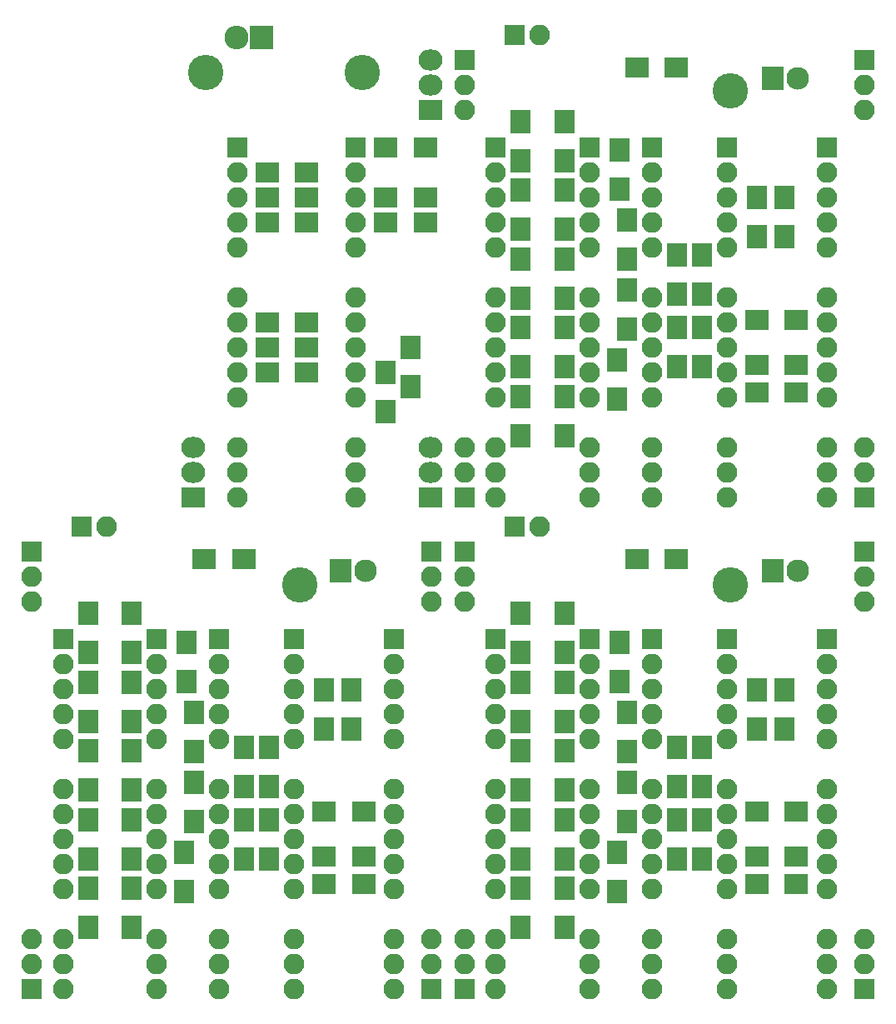
<source format=gbs>
G04 #@! TF.FileFunction,Soldermask,Bot*
%FSLAX46Y46*%
G04 Gerber Fmt 4.6, Leading zero omitted, Abs format (unit mm)*
G04 Created by KiCad (PCBNEW 4.0.5+dfsg1-4) date Fri Sep 22 17:31:14 2017*
%MOMM*%
%LPD*%
G01*
G04 APERTURE LIST*
%ADD10C,0.100000*%
%ADD11C,3.600000*%
%ADD12R,2.000000X2.400000*%
%ADD13R,2.100000X2.100000*%
%ADD14O,2.100000X2.100000*%
%ADD15R,2.100000X2.400000*%
%ADD16R,2.400000X2.100000*%
%ADD17R,2.300000X2.400000*%
%ADD18C,2.300000*%
%ADD19R,2.432000X2.432000*%
%ADD20O,2.432000X2.432000*%
%ADD21R,2.432000X2.127200*%
%ADD22O,2.432000X2.127200*%
G04 APERTURE END LIST*
D10*
D11*
X112395000Y-83820000D03*
X68580000Y-83820000D03*
X112395000Y-33655000D03*
X59055000Y-31750000D03*
X74930000Y-31750000D03*
D12*
X47069300Y-93721300D03*
X47069300Y-97721300D03*
X51514300Y-93721300D03*
X51514300Y-97721300D03*
D13*
X81994300Y-80481300D03*
D14*
X81994300Y-83021300D03*
X81994300Y-85561300D03*
D13*
X41354300Y-80481300D03*
D14*
X41354300Y-83021300D03*
X41354300Y-85561300D03*
D13*
X46434300Y-77941300D03*
D14*
X48974300Y-77941300D03*
D13*
X81994300Y-124931300D03*
D14*
X81994300Y-122391300D03*
X81994300Y-119851300D03*
D13*
X41354300Y-124931300D03*
D14*
X41354300Y-122391300D03*
X41354300Y-119851300D03*
D15*
X51514300Y-86736300D03*
X51514300Y-90736300D03*
X47069300Y-86736300D03*
X47069300Y-90736300D03*
X47069300Y-104706300D03*
X47069300Y-100706300D03*
X51514300Y-104706300D03*
X51514300Y-100706300D03*
X47069300Y-107691300D03*
X47069300Y-111691300D03*
X51514300Y-107691300D03*
X51514300Y-111691300D03*
X47069300Y-114676300D03*
X47069300Y-118676300D03*
X51514300Y-114676300D03*
X51514300Y-118676300D03*
X62944300Y-100325300D03*
X62944300Y-104325300D03*
X73866300Y-94483300D03*
X73866300Y-98483300D03*
X57102300Y-89657300D03*
X57102300Y-93657300D03*
X71072300Y-94483300D03*
X71072300Y-98483300D03*
X57864300Y-96769300D03*
X57864300Y-100769300D03*
X65484300Y-100325300D03*
X65484300Y-104325300D03*
X57864300Y-107881300D03*
X57864300Y-103881300D03*
X65484300Y-107691300D03*
X65484300Y-111691300D03*
X62944300Y-111691300D03*
X62944300Y-107691300D03*
D16*
X71104300Y-111469300D03*
X75104300Y-111469300D03*
D15*
X56848300Y-114993300D03*
X56848300Y-110993300D03*
D16*
X71104300Y-114263300D03*
X75104300Y-114263300D03*
X75104300Y-106897300D03*
X71104300Y-106897300D03*
D13*
X44529300Y-89371300D03*
D14*
X44529300Y-91911300D03*
X44529300Y-94451300D03*
X44529300Y-96991300D03*
X44529300Y-99531300D03*
X44529300Y-104611300D03*
X44529300Y-107151300D03*
X44529300Y-109691300D03*
X44529300Y-112231300D03*
X44529300Y-114771300D03*
X44529300Y-119851300D03*
X44529300Y-122391300D03*
X44529300Y-124931300D03*
D13*
X54054300Y-89371300D03*
D14*
X54054300Y-91911300D03*
X54054300Y-94451300D03*
X54054300Y-96991300D03*
X54054300Y-99531300D03*
X54054300Y-104611300D03*
X54054300Y-107151300D03*
X54054300Y-109691300D03*
X54054300Y-112231300D03*
X54054300Y-114771300D03*
X54054300Y-119851300D03*
X54054300Y-122391300D03*
X54054300Y-124931300D03*
D13*
X60404300Y-89371300D03*
D14*
X60404300Y-91911300D03*
X60404300Y-94451300D03*
X60404300Y-96991300D03*
X60404300Y-99531300D03*
X60404300Y-104611300D03*
X60404300Y-107151300D03*
X60404300Y-109691300D03*
X60404300Y-112231300D03*
X60404300Y-114771300D03*
X60404300Y-119851300D03*
X60404300Y-122391300D03*
X60404300Y-124931300D03*
D13*
X68024300Y-89371300D03*
D14*
X68024300Y-91911300D03*
X68024300Y-94451300D03*
X68024300Y-96991300D03*
X68024300Y-99531300D03*
X68024300Y-104611300D03*
X68024300Y-107151300D03*
X68024300Y-109691300D03*
X68024300Y-112231300D03*
X68024300Y-114771300D03*
X68024300Y-119851300D03*
X68024300Y-122391300D03*
X68024300Y-124931300D03*
D13*
X78184300Y-89371300D03*
D14*
X78184300Y-91911300D03*
X78184300Y-94451300D03*
X78184300Y-96991300D03*
X78184300Y-99531300D03*
X78184300Y-104611300D03*
X78184300Y-107151300D03*
X78184300Y-109691300D03*
X78184300Y-112231300D03*
X78184300Y-114771300D03*
X78184300Y-119851300D03*
X78184300Y-122391300D03*
X78184300Y-124931300D03*
D17*
X72723300Y-82386300D03*
D18*
X75263300Y-82386300D03*
D16*
X62912300Y-81243300D03*
X58912300Y-81243300D03*
X106912300Y-81243300D03*
X102912300Y-81243300D03*
D17*
X116723300Y-82386300D03*
D18*
X119263300Y-82386300D03*
D13*
X122184300Y-89371300D03*
D14*
X122184300Y-91911300D03*
X122184300Y-94451300D03*
X122184300Y-96991300D03*
X122184300Y-99531300D03*
X122184300Y-104611300D03*
X122184300Y-107151300D03*
X122184300Y-109691300D03*
X122184300Y-112231300D03*
X122184300Y-114771300D03*
X122184300Y-119851300D03*
X122184300Y-122391300D03*
X122184300Y-124931300D03*
D13*
X112024300Y-89371300D03*
D14*
X112024300Y-91911300D03*
X112024300Y-94451300D03*
X112024300Y-96991300D03*
X112024300Y-99531300D03*
X112024300Y-104611300D03*
X112024300Y-107151300D03*
X112024300Y-109691300D03*
X112024300Y-112231300D03*
X112024300Y-114771300D03*
X112024300Y-119851300D03*
X112024300Y-122391300D03*
X112024300Y-124931300D03*
D13*
X104404300Y-89371300D03*
D14*
X104404300Y-91911300D03*
X104404300Y-94451300D03*
X104404300Y-96991300D03*
X104404300Y-99531300D03*
X104404300Y-104611300D03*
X104404300Y-107151300D03*
X104404300Y-109691300D03*
X104404300Y-112231300D03*
X104404300Y-114771300D03*
X104404300Y-119851300D03*
X104404300Y-122391300D03*
X104404300Y-124931300D03*
D13*
X98054300Y-89371300D03*
D14*
X98054300Y-91911300D03*
X98054300Y-94451300D03*
X98054300Y-96991300D03*
X98054300Y-99531300D03*
X98054300Y-104611300D03*
X98054300Y-107151300D03*
X98054300Y-109691300D03*
X98054300Y-112231300D03*
X98054300Y-114771300D03*
X98054300Y-119851300D03*
X98054300Y-122391300D03*
X98054300Y-124931300D03*
D13*
X88529300Y-89371300D03*
D14*
X88529300Y-91911300D03*
X88529300Y-94451300D03*
X88529300Y-96991300D03*
X88529300Y-99531300D03*
X88529300Y-104611300D03*
X88529300Y-107151300D03*
X88529300Y-109691300D03*
X88529300Y-112231300D03*
X88529300Y-114771300D03*
X88529300Y-119851300D03*
X88529300Y-122391300D03*
X88529300Y-124931300D03*
D16*
X119104300Y-106897300D03*
X115104300Y-106897300D03*
X115104300Y-114263300D03*
X119104300Y-114263300D03*
D15*
X100848300Y-114993300D03*
X100848300Y-110993300D03*
D16*
X115104300Y-111469300D03*
X119104300Y-111469300D03*
D15*
X106944300Y-111691300D03*
X106944300Y-107691300D03*
X109484300Y-107691300D03*
X109484300Y-111691300D03*
X101864300Y-107881300D03*
X101864300Y-103881300D03*
X109484300Y-100325300D03*
X109484300Y-104325300D03*
X101864300Y-96769300D03*
X101864300Y-100769300D03*
X115072300Y-94483300D03*
X115072300Y-98483300D03*
X101102300Y-89657300D03*
X101102300Y-93657300D03*
X117866300Y-94483300D03*
X117866300Y-98483300D03*
X106944300Y-100325300D03*
X106944300Y-104325300D03*
X95514300Y-114676300D03*
X95514300Y-118676300D03*
X91069300Y-114676300D03*
X91069300Y-118676300D03*
X95514300Y-107691300D03*
X95514300Y-111691300D03*
X91069300Y-107691300D03*
X91069300Y-111691300D03*
X95514300Y-104706300D03*
X95514300Y-100706300D03*
X91069300Y-104706300D03*
X91069300Y-100706300D03*
X91069300Y-86736300D03*
X91069300Y-90736300D03*
X95514300Y-86736300D03*
X95514300Y-90736300D03*
D13*
X85354300Y-124931300D03*
D14*
X85354300Y-122391300D03*
X85354300Y-119851300D03*
D13*
X125994300Y-124931300D03*
D14*
X125994300Y-122391300D03*
X125994300Y-119851300D03*
D13*
X90434300Y-77941300D03*
D14*
X92974300Y-77941300D03*
D13*
X85354300Y-80481300D03*
D14*
X85354300Y-83021300D03*
X85354300Y-85561300D03*
D13*
X125994300Y-80481300D03*
D14*
X125994300Y-83021300D03*
X125994300Y-85561300D03*
D12*
X95514300Y-93721300D03*
X95514300Y-97721300D03*
X91069300Y-93721300D03*
X91069300Y-97721300D03*
X91069300Y-43721300D03*
X91069300Y-47721300D03*
X95514300Y-43721300D03*
X95514300Y-47721300D03*
D13*
X125994300Y-30481300D03*
D14*
X125994300Y-33021300D03*
X125994300Y-35561300D03*
D13*
X85354300Y-30481300D03*
D14*
X85354300Y-33021300D03*
X85354300Y-35561300D03*
D13*
X90434300Y-27941300D03*
D14*
X92974300Y-27941300D03*
D13*
X125994300Y-74931300D03*
D14*
X125994300Y-72391300D03*
X125994300Y-69851300D03*
D13*
X85354300Y-74931300D03*
D14*
X85354300Y-72391300D03*
X85354300Y-69851300D03*
D15*
X95514300Y-36736300D03*
X95514300Y-40736300D03*
X91069300Y-36736300D03*
X91069300Y-40736300D03*
X91069300Y-54706300D03*
X91069300Y-50706300D03*
X95514300Y-54706300D03*
X95514300Y-50706300D03*
X91069300Y-57691300D03*
X91069300Y-61691300D03*
X95514300Y-57691300D03*
X95514300Y-61691300D03*
X91069300Y-64676300D03*
X91069300Y-68676300D03*
X95514300Y-64676300D03*
X95514300Y-68676300D03*
X106944300Y-50325300D03*
X106944300Y-54325300D03*
X117866300Y-44483300D03*
X117866300Y-48483300D03*
X101102300Y-39657300D03*
X101102300Y-43657300D03*
X115072300Y-44483300D03*
X115072300Y-48483300D03*
X101864300Y-46769300D03*
X101864300Y-50769300D03*
X109484300Y-50325300D03*
X109484300Y-54325300D03*
X101864300Y-57881300D03*
X101864300Y-53881300D03*
X109484300Y-57691300D03*
X109484300Y-61691300D03*
X106944300Y-61691300D03*
X106944300Y-57691300D03*
D16*
X115104300Y-61469300D03*
X119104300Y-61469300D03*
D15*
X100848300Y-64993300D03*
X100848300Y-60993300D03*
D16*
X115104300Y-64263300D03*
X119104300Y-64263300D03*
X119104300Y-56897300D03*
X115104300Y-56897300D03*
D13*
X88529300Y-39371300D03*
D14*
X88529300Y-41911300D03*
X88529300Y-44451300D03*
X88529300Y-46991300D03*
X88529300Y-49531300D03*
X88529300Y-54611300D03*
X88529300Y-57151300D03*
X88529300Y-59691300D03*
X88529300Y-62231300D03*
X88529300Y-64771300D03*
X88529300Y-69851300D03*
X88529300Y-72391300D03*
X88529300Y-74931300D03*
D13*
X98054300Y-39371300D03*
D14*
X98054300Y-41911300D03*
X98054300Y-44451300D03*
X98054300Y-46991300D03*
X98054300Y-49531300D03*
X98054300Y-54611300D03*
X98054300Y-57151300D03*
X98054300Y-59691300D03*
X98054300Y-62231300D03*
X98054300Y-64771300D03*
X98054300Y-69851300D03*
X98054300Y-72391300D03*
X98054300Y-74931300D03*
D13*
X104404300Y-39371300D03*
D14*
X104404300Y-41911300D03*
X104404300Y-44451300D03*
X104404300Y-46991300D03*
X104404300Y-49531300D03*
X104404300Y-54611300D03*
X104404300Y-57151300D03*
X104404300Y-59691300D03*
X104404300Y-62231300D03*
X104404300Y-64771300D03*
X104404300Y-69851300D03*
X104404300Y-72391300D03*
X104404300Y-74931300D03*
D13*
X112024300Y-39371300D03*
D14*
X112024300Y-41911300D03*
X112024300Y-44451300D03*
X112024300Y-46991300D03*
X112024300Y-49531300D03*
X112024300Y-54611300D03*
X112024300Y-57151300D03*
X112024300Y-59691300D03*
X112024300Y-62231300D03*
X112024300Y-64771300D03*
X112024300Y-69851300D03*
X112024300Y-72391300D03*
X112024300Y-74931300D03*
D13*
X122184300Y-39371300D03*
D14*
X122184300Y-41911300D03*
X122184300Y-44451300D03*
X122184300Y-46991300D03*
X122184300Y-49531300D03*
X122184300Y-54611300D03*
X122184300Y-57151300D03*
X122184300Y-59691300D03*
X122184300Y-62231300D03*
X122184300Y-64771300D03*
X122184300Y-69851300D03*
X122184300Y-72391300D03*
X122184300Y-74931300D03*
D17*
X116723300Y-32386300D03*
D18*
X119263300Y-32386300D03*
D16*
X106912300Y-31243300D03*
X102912300Y-31243300D03*
D19*
X64750000Y-28250000D03*
D20*
X62210000Y-28250000D03*
D21*
X81915000Y-35560000D03*
D22*
X81915000Y-33020000D03*
X81915000Y-30480000D03*
D16*
X65310000Y-41910000D03*
X69310000Y-41910000D03*
X65310000Y-44450000D03*
X69310000Y-44450000D03*
X77375000Y-44450000D03*
X81375000Y-44450000D03*
X65310000Y-46990000D03*
X69310000Y-46990000D03*
X77375000Y-46990000D03*
X81375000Y-46990000D03*
X65310000Y-57150000D03*
X69310000Y-57150000D03*
X65310000Y-59690000D03*
X69310000Y-59690000D03*
D15*
X79883000Y-59722000D03*
X79883000Y-63722000D03*
D16*
X65310000Y-62230000D03*
X69310000Y-62230000D03*
D15*
X77343000Y-62262000D03*
X77343000Y-66262000D03*
D16*
X77375000Y-39370000D03*
X81375000Y-39370000D03*
D13*
X62230000Y-39370000D03*
D14*
X62230000Y-41910000D03*
X62230000Y-44450000D03*
X62230000Y-46990000D03*
X62230000Y-49530000D03*
X62230000Y-54610000D03*
X62230000Y-57150000D03*
X62230000Y-59690000D03*
X62230000Y-62230000D03*
X62230000Y-64770000D03*
X62230000Y-69850000D03*
X62230000Y-72390000D03*
X62230000Y-74930000D03*
D13*
X74295000Y-39370000D03*
D14*
X74295000Y-41910000D03*
X74295000Y-44450000D03*
X74295000Y-46990000D03*
X74295000Y-49530000D03*
X74295000Y-54610000D03*
X74295000Y-57150000D03*
X74295000Y-59690000D03*
X74295000Y-62230000D03*
X74295000Y-64770000D03*
X74295000Y-69850000D03*
X74295000Y-72390000D03*
X74295000Y-74930000D03*
D21*
X81915000Y-74930000D03*
D22*
X81915000Y-72390000D03*
X81915000Y-69850000D03*
D21*
X57785000Y-74930000D03*
D22*
X57785000Y-72390000D03*
X57785000Y-69850000D03*
M02*

</source>
